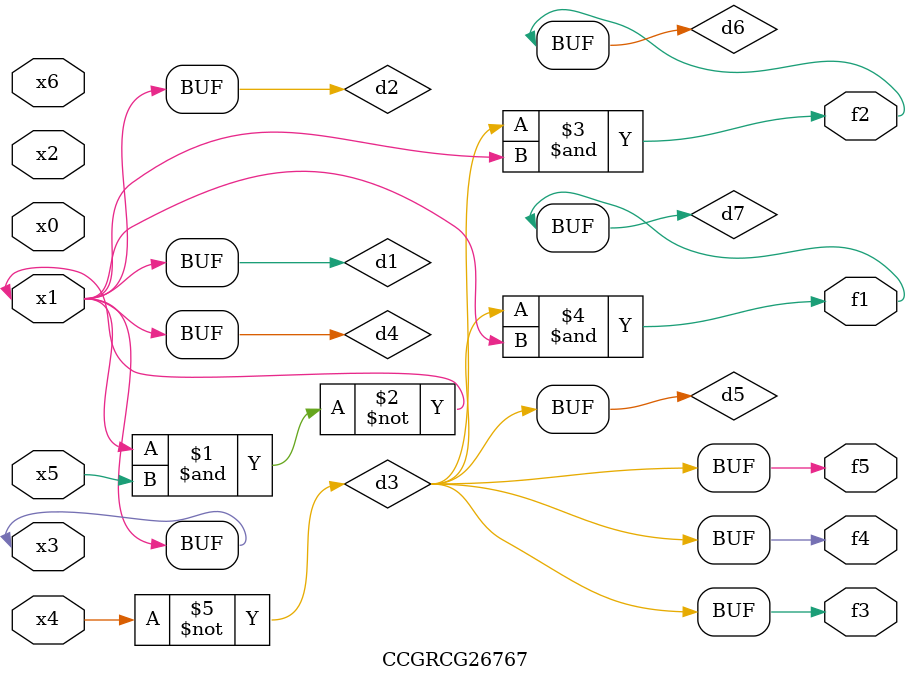
<source format=v>
module CCGRCG26767(
	input x0, x1, x2, x3, x4, x5, x6,
	output f1, f2, f3, f4, f5
);

	wire d1, d2, d3, d4, d5, d6, d7;

	buf (d1, x1, x3);
	nand (d2, x1, x5);
	not (d3, x4);
	buf (d4, d1, d2);
	buf (d5, d3);
	and (d6, d3, d4);
	and (d7, d3, d4);
	assign f1 = d7;
	assign f2 = d6;
	assign f3 = d5;
	assign f4 = d5;
	assign f5 = d5;
endmodule

</source>
